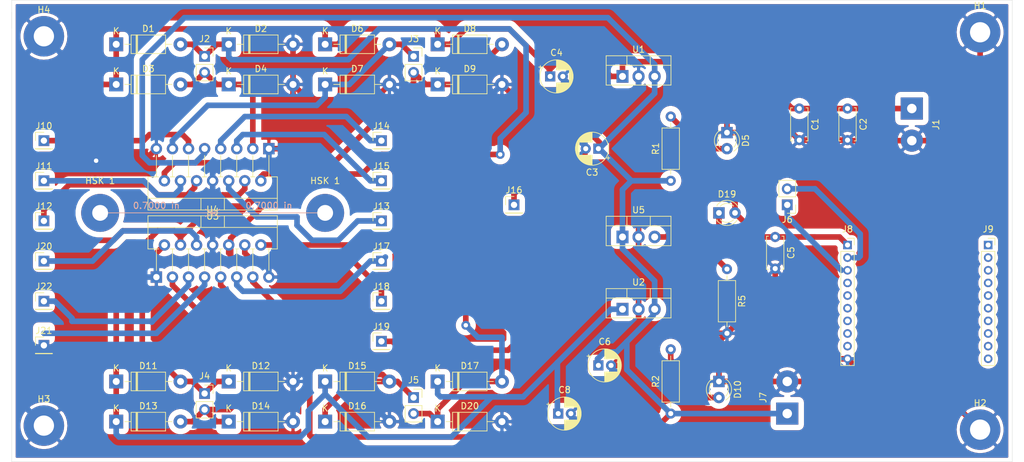
<source format=kicad_pcb>
(kicad_pcb (version 20171130) (host pcbnew "(5.1.5-0-10_14)")
  (title_block (title "Senior Design Swarm") (date 2020-10-22) (rev "Rev B") (company "Smile Lab SDSU"))
  (layers (0 F.Cu signal) (31 B.Cu signal) (34 B.Paste user) (35 F.Paste user) (36 B.SilkS user) (37 F.SilkS user) (38 B.Mask user) (39 F.Mask user) (44 Edge.Cuts user))
  (net 0 "")
  (net 1 GNDREF)
  (net 2 /5V)
  (net 3 "Net-(C5-Pad1)")
  (net 4 "Net-(D1-Pad2)")
  (net 5 "Net-(D3-Pad2)")
  (net 6 "Net-(D5-Pad2)")
  (net 7 "Net-(D6-Pad2)")
  (net 8 "Net-(D8-Pad2)")
  (net 9 "Net-(D10-Pad2)")
  (net 10 "Net-(D11-Pad2)")
  (net 11 "Net-(D13-Pad2)")
  (net 12 "Net-(D15-Pad2)")
  (net 13 "Net-(D17-Pad2)")
  (net 14 "Net-(D19-Pad1)")
  (net 15 "Net-(J6-Pad1)")
  (net 16 "Net-(J6-Pad2)")
  (net 17 "Net-(J8-Pad4)")
  (net 18 "Net-(J8-Pad5)")
  (net 19 "Net-(J8-Pad6)")
  (net 20 "Net-(J8-Pad7)")
  (net 21 "Net-(J8-Pad8)")
  (net 22 "Net-(J8-Pad9)")
  (net 23 "Net-(J9-Pad10)")
  (net 24 "Net-(J9-Pad9)")
  (net 25 "Net-(J9-Pad8)")
  (net 26 "Net-(J9-Pad7)")
  (net 27 "Net-(J9-Pad6)")
  (net 28 "Net-(J9-Pad5)")
  (net 29 "Net-(J9-Pad4)")
  (net 30 "Net-(J9-Pad3)")
  (net 31 "Net-(J9-Pad2)")
  (net 32 "Net-(J9-Pad1)")
  (net 33 "Net-(J10-Pad1)")
  (net 34 "Net-(J11-Pad1)")
  (net 35 "Net-(J12-Pad1)")
  (net 36 "Net-(J13-Pad1)")
  (net 37 "Net-(J14-Pad1)")
  (net 38 "Net-(J15-Pad1)")
  (net 39 "Net-(J17-Pad1)")
  (net 40 "Net-(J18-Pad1)")
  (net 41 "Net-(J19-Pad1)")
  (net 42 "Net-(J20-Pad1)")
  (net 43 "Net-(J21-Pad1)")
  (net 44 "Net-(J22-Pad1)")
  (net 45 +12V)
  (module Connector_Wire:SolderWirePad_1x01_Drill2.5mm (layer F.Cu) (at 95.25 95.25)
    (fp_text reference "HSK 1" (at 0 -5.08) (layer F.SilkS))
    (fp_text value HSK1)
    (pad 1 thru_hole circle (at 0 0) (size 5.99948 5.99948) (drill 2.49936) (layers *.Cu *.Mask))
  )
  (module Connector_Wire:SolderWirePad_1x01_Drill2.5mm (layer F.Cu) (at 130.81 95.25)
    (fp_text reference "HSK 1" (at 0 -5.08) (layer F.SilkS))
    (fp_text value HSK1)
    (pad 1 thru_hole circle (at 0 0) (size 5.99948 5.99948) (drill 2.49936) (layers *.Cu *.Mask))
  )
  (module Capacitor_THT:C_Disc_D5.0mm_W2.5mm_P5.00mm (layer F.Cu) (at 205.74 78.74 270)
    (fp_text reference C1 (at 2.5 -2.5 90) (layer F.SilkS))
    (fp_text value 10nF)
    (pad 2 thru_hole circle (at 5 0 270) (size 1.6 1.6) (drill 0.8) (layers *.Cu *.Mask) (net 1 GNDREF))
    (pad 1 thru_hole circle (at 0 0 270) (size 1.6 1.6) (drill 0.8) (layers *.Cu *.Mask) (net 45 +12V))
  )
  (module Capacitor_THT:C_Disc_D5.0mm_W2.5mm_P5.00mm (layer F.Cu) (at 213.36 78.74 270)
    (fp_text reference C2 (at 2.5 -2.5 90) (layer F.SilkS))
    (fp_text value 10nF)
    (pad 1 thru_hole circle (at 0 0 270) (size 1.6 1.6) (drill 0.8) (layers *.Cu *.Mask) (net 45 +12V))
    (pad 2 thru_hole circle (at 5 0 270) (size 1.6 1.6) (drill 0.8) (layers *.Cu *.Mask) (net 1 GNDREF))
  )
  (module Capacitor_THT:CP_Radial_D5.0mm_P2.00mm (layer F.Cu) (at 173.99 85.09 180)
    (fp_text reference C3 (at 1 -3.75) (layer F.SilkS))
    (fp_text value 330uF)
    (pad 2 thru_hole circle (at 2 0 180) (size 1.6 1.6) (drill 0.8) (layers *.Cu *.Mask) (net 1 GNDREF))
    (pad 1 thru_hole rect (at 0 0 180) (size 1.6 1.6) (drill 0.8) (layers *.Cu *.Mask) (net 2 /5V))
  )
  (module Capacitor_THT:CP_Radial_D5.0mm_P2.00mm (layer F.Cu) (at 166.37 73.66)
    (fp_text reference C4 (at 1 -3.75) (layer F.SilkS))
    (fp_text value 330uF)
    (pad 1 thru_hole rect (at 0 0) (size 1.6 1.6) (drill 0.8) (layers *.Cu *.Mask) (net 45 +12V))
    (pad 2 thru_hole circle (at 2 0) (size 1.6 1.6) (drill 0.8) (layers *.Cu *.Mask) (net 1 GNDREF))
  )
  (module Capacitor_THT:C_Disc_D5.0mm_W2.5mm_P5.00mm (layer F.Cu) (at 201.93 99.06 270)
    (fp_text reference C5 (at 2.5 -2.5 90) (layer F.SilkS))
    (fp_text value 10nF)
    (pad 1 thru_hole circle (at 0 0 270) (size 1.6 1.6) (drill 0.8) (layers *.Cu *.Mask) (net 3 "Net-(C5-Pad1)"))
    (pad 2 thru_hole circle (at 5 0 270) (size 1.6 1.6) (drill 0.8) (layers *.Cu *.Mask) (net 1 GNDREF))
  )
  (module Capacitor_THT:CP_Radial_D5.0mm_P2.00mm (layer F.Cu) (at 173.99 119.38)
    (fp_text reference C6 (at 1 -3.75) (layer F.SilkS))
    (fp_text value 330uF)
    (pad 1 thru_hole rect (at 0 0) (size 1.6 1.6) (drill 0.8) (layers *.Cu *.Mask) (net 2 /5V))
    (pad 2 thru_hole circle (at 2 0) (size 1.6 1.6) (drill 0.8) (layers *.Cu *.Mask) (net 1 GNDREF))
  )
  (module Capacitor_THT:CP_Radial_D5.0mm_P2.00mm (layer F.Cu) (at 167.64 127)
    (fp_text reference C8 (at 1 -3.75) (layer F.SilkS))
    (fp_text value 330uF)
    (pad 1 thru_hole rect (at 0 0) (size 1.6 1.6) (drill 0.8) (layers *.Cu *.Mask) (net 45 +12V))
    (pad 2 thru_hole circle (at 2 0) (size 1.6 1.6) (drill 0.8) (layers *.Cu *.Mask) (net 1 GNDREF))
  )
  (module Diode_THT:D_DO-41_SOD81_P10.16mm_Horizontal (layer F.Cu) (at 97.79 68.58)
    (fp_text reference D1 (at 5.08 -2.47) (layer F.SilkS))
    (fp_text value 1N4007)
    (fp_text user K (at 0 -2.1) (layer F.SilkS))
    (pad 1 thru_hole rect (at 0 0) (size 2.2 2.2) (drill 1.1) (layers *.Cu *.Mask) (net 45 +12V))
    (pad 2 thru_hole oval (at 10.16 0) (size 2.2 2.2) (drill 1.1) (layers *.Cu *.Mask) (net 4 "Net-(D1-Pad2)"))
  )
  (module Diode_THT:D_DO-41_SOD81_P10.16mm_Horizontal (layer F.Cu) (at 115.57 68.58)
    (fp_text reference D2 (at 5.08 -2.47) (layer F.SilkS))
    (fp_text value 1N4007)
    (fp_text user K (at 0 -2.1) (layer F.SilkS))
    (pad 1 thru_hole rect (at 0 0) (size 2.2 2.2) (drill 1.1) (layers *.Cu *.Mask) (net 4 "Net-(D1-Pad2)"))
    (pad 2 thru_hole oval (at 10.16 0) (size 2.2 2.2) (drill 1.1) (layers *.Cu *.Mask) (net 1 GNDREF))
  )
  (module Diode_THT:D_DO-41_SOD81_P10.16mm_Horizontal (layer F.Cu) (at 97.79 74.93)
    (fp_text reference D3 (at 5.08 -2.47) (layer F.SilkS))
    (fp_text value 1N4007)
    (fp_text user K (at 0 -2.1) (layer F.SilkS))
    (pad 2 thru_hole oval (at 10.16 0) (size 2.2 2.2) (drill 1.1) (layers *.Cu *.Mask) (net 5 "Net-(D3-Pad2)"))
    (pad 1 thru_hole rect (at 0 0) (size 2.2 2.2) (drill 1.1) (layers *.Cu *.Mask) (net 45 +12V))
  )
  (module Diode_THT:D_DO-41_SOD81_P10.16mm_Horizontal (layer F.Cu) (at 115.57 74.93)
    (fp_text reference D4 (at 5.08 -2.47) (layer F.SilkS))
    (fp_text value 1N4007)
    (fp_text user K (at 0 -2.1) (layer F.SilkS))
    (pad 2 thru_hole oval (at 10.16 0) (size 2.2 2.2) (drill 1.1) (layers *.Cu *.Mask) (net 1 GNDREF))
    (pad 1 thru_hole rect (at 0 0) (size 2.2 2.2) (drill 1.1) (layers *.Cu *.Mask) (net 5 "Net-(D3-Pad2)"))
  )
  (module LED_THT:LED_D3.0mm (layer F.Cu) (at 194.31 82.55 270)
    (fp_text reference D5 (at 1.27 -2.96 90) (layer F.SilkS))
    (fp_text value LED)
    (pad 1 thru_hole rect (at 0 0 270) (size 1.8 1.8) (drill 0.9) (layers *.Cu *.Mask) (net 1 GNDREF))
    (pad 2 thru_hole circle (at 2.54 0 270) (size 1.8 1.8) (drill 0.9) (layers *.Cu *.Mask) (net 6 "Net-(D5-Pad2)"))
  )
  (module Diode_THT:D_DO-41_SOD81_P10.16mm_Horizontal (layer F.Cu) (at 130.81 68.58)
    (fp_text reference D6 (at 5.08 -2.47) (layer F.SilkS))
    (fp_text value 1N4007)
    (fp_text user K (at 0 -2.1) (layer F.SilkS))
    (pad 2 thru_hole oval (at 10.16 0) (size 2.2 2.2) (drill 1.1) (layers *.Cu *.Mask) (net 7 "Net-(D6-Pad2)"))
    (pad 1 thru_hole rect (at 0 0) (size 2.2 2.2) (drill 1.1) (layers *.Cu *.Mask) (net 45 +12V))
  )
  (module Diode_THT:D_DO-41_SOD81_P10.16mm_Horizontal (layer F.Cu) (at 130.81 74.93)
    (fp_text reference D7 (at 5.08 -2.47) (layer F.SilkS))
    (fp_text value 1N4007)
    (fp_text user K (at 0 -2.1) (layer F.SilkS))
    (pad 2 thru_hole oval (at 10.16 0) (size 2.2 2.2) (drill 1.1) (layers *.Cu *.Mask) (net 1 GNDREF))
    (pad 1 thru_hole rect (at 0 0) (size 2.2 2.2) (drill 1.1) (layers *.Cu *.Mask) (net 7 "Net-(D6-Pad2)"))
  )
  (module Diode_THT:D_DO-41_SOD81_P10.16mm_Horizontal (layer F.Cu) (at 148.59 68.58)
    (fp_text reference D8 (at 5.08 -2.47) (layer F.SilkS))
    (fp_text value 1N4007)
    (fp_text user K (at 0 -2.1) (layer F.SilkS))
    (pad 2 thru_hole oval (at 10.16 0) (size 2.2 2.2) (drill 1.1) (layers *.Cu *.Mask) (net 8 "Net-(D8-Pad2)"))
    (pad 1 thru_hole rect (at 0 0) (size 2.2 2.2) (drill 1.1) (layers *.Cu *.Mask) (net 45 +12V))
  )
  (module Diode_THT:D_DO-41_SOD81_P10.16mm_Horizontal (layer F.Cu) (at 148.59 74.93)
    (fp_text reference D9 (at 5.08 -2.47) (layer F.SilkS))
    (fp_text value 1N4007)
    (fp_text user K (at 0 -2.1) (layer F.SilkS))
    (pad 2 thru_hole oval (at 10.16 0) (size 2.2 2.2) (drill 1.1) (layers *.Cu *.Mask) (net 1 GNDREF))
    (pad 1 thru_hole rect (at 0 0) (size 2.2 2.2) (drill 1.1) (layers *.Cu *.Mask) (net 8 "Net-(D8-Pad2)"))
  )
  (module LED_THT:LED_D3.0mm (layer F.Cu) (at 193.04 121.92 270)
    (fp_text reference D10 (at 1.27 -2.96 90) (layer F.SilkS))
    (fp_text value LED)
    (pad 1 thru_hole rect (at 0 0 270) (size 1.8 1.8) (drill 0.9) (layers *.Cu *.Mask) (net 1 GNDREF))
    (pad 2 thru_hole circle (at 2.54 0 270) (size 1.8 1.8) (drill 0.9) (layers *.Cu *.Mask) (net 9 "Net-(D10-Pad2)"))
  )
  (module Diode_THT:D_DO-41_SOD81_P10.16mm_Horizontal (layer F.Cu) (at 97.79 121.92)
    (fp_text reference D11 (at 5.08 -2.47) (layer F.SilkS))
    (fp_text value 1N4007)
    (fp_text user K (at 0 -2.1) (layer F.SilkS))
    (pad 2 thru_hole oval (at 10.16 0) (size 2.2 2.2) (drill 1.1) (layers *.Cu *.Mask) (net 10 "Net-(D11-Pad2)"))
    (pad 1 thru_hole rect (at 0 0) (size 2.2 2.2) (drill 1.1) (layers *.Cu *.Mask) (net 45 +12V))
  )
  (module Diode_THT:D_DO-41_SOD81_P10.16mm_Horizontal (layer F.Cu) (at 115.57 121.92)
    (fp_text reference D12 (at 5.08 -2.47) (layer F.SilkS))
    (fp_text value 1N4007)
    (fp_text user K (at 0 -2.1) (layer F.SilkS))
    (pad 2 thru_hole oval (at 10.16 0) (size 2.2 2.2) (drill 1.1) (layers *.Cu *.Mask) (net 1 GNDREF))
    (pad 1 thru_hole rect (at 0 0) (size 2.2 2.2) (drill 1.1) (layers *.Cu *.Mask) (net 10 "Net-(D11-Pad2)"))
  )
  (module Diode_THT:D_DO-41_SOD81_P10.16mm_Horizontal (layer F.Cu) (at 97.79 128.27)
    (fp_text reference D13 (at 5.08 -2.47) (layer F.SilkS))
    (fp_text value 1N4007)
    (fp_text user K (at 0 -2.1) (layer F.SilkS))
    (pad 1 thru_hole rect (at 0 0) (size 2.2 2.2) (drill 1.1) (layers *.Cu *.Mask) (net 45 +12V))
    (pad 2 thru_hole oval (at 10.16 0) (size 2.2 2.2) (drill 1.1) (layers *.Cu *.Mask) (net 11 "Net-(D13-Pad2)"))
  )
  (module Diode_THT:D_DO-41_SOD81_P10.16mm_Horizontal (layer F.Cu) (at 115.57 128.27)
    (fp_text reference D14 (at 5.08 -2.47) (layer F.SilkS))
    (fp_text value 1N4007)
    (fp_text user K (at 0 -2.1) (layer F.SilkS))
    (pad 2 thru_hole oval (at 10.16 0) (size 2.2 2.2) (drill 1.1) (layers *.Cu *.Mask) (net 1 GNDREF))
    (pad 1 thru_hole rect (at 0 0) (size 2.2 2.2) (drill 1.1) (layers *.Cu *.Mask) (net 11 "Net-(D13-Pad2)"))
  )
  (module Diode_THT:D_DO-41_SOD81_P10.16mm_Horizontal (layer F.Cu) (at 130.81 121.92)
    (fp_text reference D15 (at 5.08 -2.47) (layer F.SilkS))
    (fp_text value 1N4007)
    (fp_text user K (at 0 -2.1) (layer F.SilkS))
    (pad 1 thru_hole rect (at 0 0) (size 2.2 2.2) (drill 1.1) (layers *.Cu *.Mask) (net 45 +12V))
    (pad 2 thru_hole oval (at 10.16 0) (size 2.2 2.2) (drill 1.1) (layers *.Cu *.Mask) (net 12 "Net-(D15-Pad2)"))
  )
  (module Diode_THT:D_DO-41_SOD81_P10.16mm_Horizontal (layer F.Cu) (at 130.81 128.27)
    (fp_text reference D16 (at 5.08 -2.47) (layer F.SilkS))
    (fp_text value 1N4007)
    (fp_text user K (at 0 -2.1) (layer F.SilkS))
    (pad 1 thru_hole rect (at 0 0) (size 2.2 2.2) (drill 1.1) (layers *.Cu *.Mask) (net 12 "Net-(D15-Pad2)"))
    (pad 2 thru_hole oval (at 10.16 0) (size 2.2 2.2) (drill 1.1) (layers *.Cu *.Mask) (net 1 GNDREF))
  )
  (module Diode_THT:D_DO-41_SOD81_P10.16mm_Horizontal (layer F.Cu) (at 148.59 121.92)
    (fp_text reference D17 (at 5.08 -2.47) (layer F.SilkS))
    (fp_text value 1N4007)
    (fp_text user K (at 0 -2.1) (layer F.SilkS))
    (pad 1 thru_hole rect (at 0 0) (size 2.2 2.2) (drill 1.1) (layers *.Cu *.Mask) (net 45 +12V))
    (pad 2 thru_hole oval (at 10.16 0) (size 2.2 2.2) (drill 1.1) (layers *.Cu *.Mask) (net 13 "Net-(D17-Pad2)"))
  )
  (module LED_THT:LED_D3.0mm (layer F.Cu) (at 193.04 95.25)
    (fp_text reference D19 (at 1.27 -2.96) (layer F.SilkS))
    (fp_text value LED)
    (pad 2 thru_hole circle (at 2.54 0) (size 1.8 1.8) (drill 0.9) (layers *.Cu *.Mask) (net 3 "Net-(C5-Pad1)"))
    (pad 1 thru_hole rect (at 0 0) (size 1.8 1.8) (drill 0.9) (layers *.Cu *.Mask) (net 14 "Net-(D19-Pad1)"))
  )
  (module Diode_THT:D_DO-41_SOD81_P10.16mm_Horizontal (layer F.Cu) (at 148.59 128.27)
    (fp_text reference D20 (at 5.08 -2.47) (layer F.SilkS))
    (fp_text value 1N4007)
    (fp_text user K (at 0 -2.1) (layer F.SilkS))
    (pad 2 thru_hole oval (at 10.16 0) (size 2.2 2.2) (drill 1.1) (layers *.Cu *.Mask) (net 1 GNDREF))
    (pad 1 thru_hole rect (at 0 0) (size 2.2 2.2) (drill 1.1) (layers *.Cu *.Mask) (net 13 "Net-(D17-Pad2)"))
  )
  (module Connector_Wire:SolderWirePad_1x02_P5.08mm_Drill1.5mm (layer F.Cu) (at 223.52 78.74 270)
    (fp_text reference J1 (at 2.54 -3.81 90) (layer F.SilkS))
    (fp_text value " ")
    (pad 2 thru_hole circle (at 5.08 0 270) (size 3.50012 3.50012) (drill 1.50114) (layers *.Cu *.Mask) (net 1 GNDREF))
    (pad 1 thru_hole rect (at 0 0 270) (size 3.50012 3.50012) (drill 1.50114) (layers *.Cu *.Mask) (net 45 +12V))
  )
  (module Connector_Wire:SolderWirePad_1x02_P5.08mm_Drill1.5mm (layer F.Cu) (at 203.835 127 90)
    (fp_text reference J7 (at 2.54 -3.81 90) (layer F.SilkS))
    (fp_text value " ")
    (pad 1 thru_hole rect (at 0 0 90) (size 3.50012 3.50012) (drill 1.50114) (layers *.Cu *.Mask) (net 2 /5V))
    (pad 2 thru_hole circle (at 5.08 0 90) (size 3.50012 3.50012) (drill 1.50114) (layers *.Cu *.Mask) (net 1 GNDREF))
  )
  (module Connector_PinSocket_2.00mm:PinSocket_1x10_P2.00mm_Vertical (layer F.Cu) (at 213.36 100.33)
    (fp_text reference J8 (at 0 -2.5) (layer F.SilkS))
    (fp_text value " ")
    (pad 1 thru_hole rect (at 0 0) (size 1.35 1.35) (drill 0.8) (layers *.Cu *.Mask) (net 3 "Net-(C5-Pad1)"))
    (pad 2 thru_hole oval (at 0 2) (size 1.35 1.35) (drill 0.8) (layers *.Cu *.Mask) (net 16 "Net-(J6-Pad2)"))
    (pad 3 thru_hole oval (at 0 4) (size 1.35 1.35) (drill 0.8) (layers *.Cu *.Mask) (net 15 "Net-(J6-Pad1)"))
    (pad 4 thru_hole oval (at 0 6) (size 1.35 1.35) (drill 0.8) (layers *.Cu *.Mask) (net 17 "Net-(J8-Pad4)"))
    (pad 5 thru_hole oval (at 0 8) (size 1.35 1.35) (drill 0.8) (layers *.Cu *.Mask) (net 18 "Net-(J8-Pad5)"))
    (pad 6 thru_hole oval (at 0 10) (size 1.35 1.35) (drill 0.8) (layers *.Cu *.Mask) (net 19 "Net-(J8-Pad6)"))
    (pad 7 thru_hole oval (at 0 12) (size 1.35 1.35) (drill 0.8) (layers *.Cu *.Mask) (net 20 "Net-(J8-Pad7)"))
    (pad 8 thru_hole oval (at 0 14) (size 1.35 1.35) (drill 0.8) (layers *.Cu *.Mask) (net 21 "Net-(J8-Pad8)"))
    (pad 9 thru_hole oval (at 0 16) (size 1.35 1.35) (drill 0.8) (layers *.Cu *.Mask) (net 22 "Net-(J8-Pad9)"))
    (pad 10 thru_hole oval (at 0 18) (size 1.35 1.35) (drill 0.8) (layers *.Cu *.Mask) (net 1 GNDREF))
  )
  (module Connector_PinSocket_2.00mm:PinSocket_1x10_P2.00mm_Vertical (layer F.Cu) (at 235.585 100.33)
    (fp_text reference J9 (at 0 -2.5) (layer F.SilkS))
    (fp_text value " ")
    (pad 10 thru_hole oval (at 0 18) (size 1.35 1.35) (drill 0.8) (layers *.Cu *.Mask) (net 23 "Net-(J9-Pad10)"))
    (pad 9 thru_hole oval (at 0 16) (size 1.35 1.35) (drill 0.8) (layers *.Cu *.Mask) (net 24 "Net-(J9-Pad9)"))
    (pad 8 thru_hole oval (at 0 14) (size 1.35 1.35) (drill 0.8) (layers *.Cu *.Mask) (net 25 "Net-(J9-Pad8)"))
    (pad 7 thru_hole oval (at 0 12) (size 1.35 1.35) (drill 0.8) (layers *.Cu *.Mask) (net 26 "Net-(J9-Pad7)"))
    (pad 6 thru_hole oval (at 0 10) (size 1.35 1.35) (drill 0.8) (layers *.Cu *.Mask) (net 27 "Net-(J9-Pad6)"))
    (pad 5 thru_hole oval (at 0 8) (size 1.35 1.35) (drill 0.8) (layers *.Cu *.Mask) (net 28 "Net-(J9-Pad5)"))
    (pad 4 thru_hole oval (at 0 6) (size 1.35 1.35) (drill 0.8) (layers *.Cu *.Mask) (net 29 "Net-(J9-Pad4)"))
    (pad 3 thru_hole oval (at 0 4) (size 1.35 1.35) (drill 0.8) (layers *.Cu *.Mask) (net 30 "Net-(J9-Pad3)"))
    (pad 2 thru_hole oval (at 0 2) (size 1.35 1.35) (drill 0.8) (layers *.Cu *.Mask) (net 31 "Net-(J9-Pad2)"))
    (pad 1 thru_hole rect (at 0 0) (size 1.35 1.35) (drill 0.8) (layers *.Cu *.Mask) (net 32 "Net-(J9-Pad1)"))
  )
  (module Connector_PinHeader_2.54mm:PinHeader_1x01_P2.54mm_Vertical (layer F.Cu) (at 86.36 83.82)
    (fp_text reference J10 (at 0 -2.33) (layer F.SilkS))
    (fp_text value EnB)
    (pad 1 thru_hole rect (at 0 0) (size 1.7 1.7) (drill 1) (layers *.Cu *.Mask) (net 33 "Net-(J10-Pad1)"))
  )
  (module Connector_PinHeader_2.54mm:PinHeader_1x01_P2.54mm_Vertical (layer F.Cu) (at 86.36 90.17)
    (fp_text reference J11 (at 0 -2.33) (layer F.SilkS))
    (fp_text value IN4_B1)
    (pad 1 thru_hole rect (at 0 0) (size 1.7 1.7) (drill 1) (layers *.Cu *.Mask) (net 34 "Net-(J11-Pad1)"))
  )
  (module Connector_PinHeader_2.54mm:PinHeader_1x01_P2.54mm_Vertical (layer F.Cu) (at 86.36 96.52)
    (fp_text reference J12 (at 0 -2.33) (layer F.SilkS))
    (fp_text value IN3_B1)
    (pad 1 thru_hole rect (at 0 0) (size 1.7 1.7) (drill 1) (layers *.Cu *.Mask) (net 35 "Net-(J12-Pad1)"))
  )
  (module Connector_PinHeader_2.54mm:PinHeader_1x01_P2.54mm_Vertical (layer F.Cu) (at 139.7 96.52)
    (fp_text reference J13 (at 0 -2.33) (layer F.SilkS))
    (fp_text value EnA)
    (pad 1 thru_hole rect (at 0 0) (size 1.7 1.7) (drill 1) (layers *.Cu *.Mask) (net 36 "Net-(J13-Pad1)"))
  )
  (module Connector_PinHeader_2.54mm:PinHeader_1x01_P2.54mm_Vertical (layer F.Cu) (at 139.7 83.82)
    (fp_text reference J14 (at 0 -2.33) (layer F.SilkS))
    (fp_text value IN2_A1)
    (pad 1 thru_hole rect (at 0 0) (size 1.7 1.7) (drill 1) (layers *.Cu *.Mask) (net 37 "Net-(J14-Pad1)"))
  )
  (module Connector_PinHeader_2.54mm:PinHeader_1x01_P2.54mm_Vertical (layer F.Cu) (at 139.7 90.17)
    (fp_text reference J15 (at 0 -2.33) (layer F.SilkS))
    (fp_text value IN1_A1)
    (pad 1 thru_hole rect (at 0 0) (size 1.7 1.7) (drill 1) (layers *.Cu *.Mask) (net 38 "Net-(J15-Pad1)"))
  )
  (module Connector_PinHeader_2.54mm:PinHeader_1x01_P2.54mm_Vertical (layer F.Cu) (at 160.655 93.98)
    (fp_text reference J16 (at 0 -2.33) (layer F.SilkS))
    (fp_text value Arduino_Power_5V)
    (pad 1 thru_hole rect (at 0 0) (size 1.7 1.7) (drill 1) (layers *.Cu *.Mask) (net 2 /5V))
  )
  (module Connector_PinHeader_2.54mm:PinHeader_1x01_P2.54mm_Vertical (layer F.Cu) (at 139.7 102.87)
    (fp_text reference J17 (at 0 -2.33) (layer F.SilkS))
    (fp_text value EnB)
    (pad 1 thru_hole rect (at 0 0) (size 1.7 1.7) (drill 1) (layers *.Cu *.Mask) (net 39 "Net-(J17-Pad1)"))
  )
  (module Connector_PinHeader_2.54mm:PinHeader_1x01_P2.54mm_Vertical (layer F.Cu) (at 139.7 109.22)
    (fp_text reference J18 (at 0 -2.33) (layer F.SilkS))
    (fp_text value IN4_D2)
    (pad 1 thru_hole rect (at 0 0) (size 1.7 1.7) (drill 1) (layers *.Cu *.Mask) (net 40 "Net-(J18-Pad1)"))
  )
  (module Connector_PinHeader_2.54mm:PinHeader_1x01_P2.54mm_Vertical (layer F.Cu) (at 139.7 115.57)
    (fp_text reference J19 (at 0 -2.33) (layer F.SilkS))
    (fp_text value IN3_D2)
    (pad 1 thru_hole rect (at 0 0) (size 1.7 1.7) (drill 1) (layers *.Cu *.Mask) (net 41 "Net-(J19-Pad1)"))
  )
  (module Connector_PinHeader_2.54mm:PinHeader_1x01_P2.54mm_Vertical (layer F.Cu) (at 86.36 102.87)
    (fp_text reference J20 (at 0 -2.33) (layer F.SilkS))
    (fp_text value EnA)
    (pad 1 thru_hole rect (at 0 0) (size 1.7 1.7) (drill 1) (layers *.Cu *.Mask) (net 42 "Net-(J20-Pad1)"))
  )
  (module Connector_PinHeader_2.54mm:PinHeader_1x01_P2.54mm_Vertical (layer F.Cu) (at 86.36 116.205)
    (fp_text reference J21 (at 0 -2.33) (layer F.SilkS))
    (fp_text value IN2_C2)
    (pad 1 thru_hole rect (at 0 0) (size 1.7 1.7) (drill 1) (layers *.Cu *.Mask) (net 43 "Net-(J21-Pad1)"))
  )
  (module Connector_PinHeader_2.54mm:PinHeader_1x01_P2.54mm_Vertical (layer F.Cu) (at 86.36 109.22)
    (fp_text reference J22 (at 0 -2.33) (layer F.SilkS))
    (fp_text value IN1_C2)
    (pad 1 thru_hole rect (at 0 0) (size 1.7 1.7) (drill 1) (layers *.Cu *.Mask) (net 44 "Net-(J22-Pad1)"))
  )
  (module Resistor_THT:R_Axial_DIN0207_L6.3mm_D2.5mm_P10.16mm_Horizontal (layer F.Cu) (at 185.42 90.17 90)
    (fp_text reference R1 (at 5.08 -2.37 90) (layer F.SilkS))
    (fp_text value 1K)
    (pad 1 thru_hole circle (at 0 0 90) (size 1.6 1.6) (drill 0.8) (layers *.Cu *.Mask) (net 2 /5V))
    (pad 2 thru_hole oval (at 10.16 0 90) (size 1.6 1.6) (drill 0.8) (layers *.Cu *.Mask) (net 6 "Net-(D5-Pad2)"))
  )
  (module Resistor_THT:R_Axial_DIN0207_L6.3mm_D2.5mm_P10.16mm_Horizontal (layer F.Cu) (at 185.42 127 90)
    (fp_text reference R2 (at 5.08 -2.37 90) (layer F.SilkS))
    (fp_text value 1K)
    (pad 1 thru_hole circle (at 0 0 90) (size 1.6 1.6) (drill 0.8) (layers *.Cu *.Mask) (net 2 /5V))
    (pad 2 thru_hole oval (at 10.16 0 90) (size 1.6 1.6) (drill 0.8) (layers *.Cu *.Mask) (net 9 "Net-(D10-Pad2)"))
  )
  (module Resistor_THT:R_Axial_DIN0207_L6.3mm_D2.5mm_P10.16mm_Horizontal (layer F.Cu) (at 194.31 104.14 270)
    (fp_text reference R5 (at 5.08 -2.37 90) (layer F.SilkS))
    (fp_text value 120)
    (pad 2 thru_hole oval (at 10.16 0 270) (size 1.6 1.6) (drill 0.8) (layers *.Cu *.Mask) (net 1 GNDREF))
    (pad 1 thru_hole circle (at 0 0 270) (size 1.6 1.6) (drill 0.8) (layers *.Cu *.Mask) (net 14 "Net-(D19-Pad1)"))
  )
  (module Package_TO_SOT_THT:TO-220-3_Vertical (layer F.Cu) (at 177.8 73.66)
    (fp_text reference U1 (at 2.54 -4.27) (layer F.SilkS))
    (fp_text value LM78M05_TO220)
    (pad 1 thru_hole rect (at 0 0) (size 1.905 2) (drill 1.1) (layers *.Cu *.Mask) (net 45 +12V))
    (pad 2 thru_hole oval (at 2.54 0) (size 1.905 2) (drill 1.1) (layers *.Cu *.Mask) (net 1 GNDREF))
    (pad 3 thru_hole oval (at 5.08 0) (size 1.905 2) (drill 1.1) (layers *.Cu *.Mask) (net 2 /5V))
  )
  (module Package_TO_SOT_THT:TO-220-3_Vertical (layer F.Cu) (at 177.8 110.49)
    (fp_text reference U2 (at 2.54 -4.27) (layer F.SilkS))
    (fp_text value LM78M05_TO220)
    (pad 3 thru_hole oval (at 5.08 0) (size 1.905 2) (drill 1.1) (layers *.Cu *.Mask) (net 2 /5V))
    (pad 2 thru_hole oval (at 2.54 0) (size 1.905 2) (drill 1.1) (layers *.Cu *.Mask) (net 1 GNDREF))
    (pad 1 thru_hole rect (at 0 0) (size 1.905 2) (drill 1.1) (layers *.Cu *.Mask) (net 45 +12V))
  )
  (module Package_TO_SOT_THT:TO-220-15_P2.54x2.54mm_StaggerOdd_Lead4.58mm_Vertical (layer F.Cu) (at 121.92 85.09 180)
    (fp_text reference U3 (at 8.89 -10.7) (layer F.SilkS))
    (fp_text value L298HN)
    (pad 15 thru_hole oval (at 17.78 0 180) (size 1.8 1.8) (drill 1) (layers *.Cu *.Mask) (net 1 GNDREF))
    (pad 14 thru_hole oval (at 16.51 -5.08 180) (size 1.8 1.8) (drill 1) (layers *.Cu *.Mask) (net 8 "Net-(D8-Pad2)"))
    (pad 13 thru_hole oval (at 15.24 0 180) (size 1.8 1.8) (drill 1) (layers *.Cu *.Mask) (net 7 "Net-(D6-Pad2)"))
    (pad 12 thru_hole oval (at 13.97 -5.08 180) (size 1.8 1.8) (drill 1) (layers *.Cu *.Mask) (net 34 "Net-(J11-Pad1)"))
    (pad 11 thru_hole oval (at 12.7 0 180) (size 1.8 1.8) (drill 1) (layers *.Cu *.Mask) (net 33 "Net-(J10-Pad1)"))
    (pad 10 thru_hole oval (at 11.43 -5.08 180) (size 1.8 1.8) (drill 1) (layers *.Cu *.Mask) (net 35 "Net-(J12-Pad1)"))
    (pad 9 thru_hole oval (at 10.16 0 180) (size 1.8 1.8) (drill 1) (layers *.Cu *.Mask) (net 2 /5V))
    (pad 8 thru_hole oval (at 8.89 -5.08 180) (size 1.8 1.8) (drill 1) (layers *.Cu *.Mask) (net 1 GNDREF))
    (pad 7 thru_hole oval (at 7.62 0 180) (size 1.8 1.8) (drill 1) (layers *.Cu *.Mask) (net 37 "Net-(J14-Pad1)"))
    (pad 6 thru_hole oval (at 6.35 -5.08 180) (size 1.8 1.8) (drill 1) (layers *.Cu *.Mask) (net 36 "Net-(J13-Pad1)"))
    (pad 5 thru_hole oval (at 5.08 0 180) (size 1.8 1.8) (drill 1) (layers *.Cu *.Mask) (net 38 "Net-(J15-Pad1)"))
    (pad 4 thru_hole oval (at 3.81 -5.08 180) (size 1.8 1.8) (drill 1) (layers *.Cu *.Mask) (net 45 +12V))
    (pad 3 thru_hole oval (at 2.54 0 180) (size 1.8 1.8) (drill 1) (layers *.Cu *.Mask) (net 5 "Net-(D3-Pad2)"))
    (pad 2 thru_hole oval (at 1.27 -5.08 180) (size 1.8 1.8) (drill 1) (layers *.Cu *.Mask) (net 4 "Net-(D1-Pad2)"))
    (pad 1 thru_hole rect (at 0 0 180) (size 1.8 1.8) (drill 1) (layers *.Cu *.Mask) (net 1 GNDREF))
  )
  (module Package_TO_SOT_THT:TO-220-15_P2.54x2.54mm_StaggerOdd_Lead4.58mm_Vertical (layer F.Cu) (at 104.14 105.41)
    (fp_text reference U4 (at 8.89 -10.7) (layer F.SilkS))
    (fp_text value L298HN)
    (pad 1 thru_hole rect (at 0 0) (size 1.8 1.8) (drill 1) (layers *.Cu *.Mask) (net 1 GNDREF))
    (pad 2 thru_hole oval (at 1.27 -5.08) (size 1.8 1.8) (drill 1) (layers *.Cu *.Mask) (net 10 "Net-(D11-Pad2)"))
    (pad 3 thru_hole oval (at 2.54 0) (size 1.8 1.8) (drill 1) (layers *.Cu *.Mask) (net 11 "Net-(D13-Pad2)"))
    (pad 4 thru_hole oval (at 3.81 -5.08) (size 1.8 1.8) (drill 1) (layers *.Cu *.Mask) (net 45 +12V))
    (pad 5 thru_hole oval (at 5.08 0) (size 1.8 1.8) (drill 1) (layers *.Cu *.Mask) (net 44 "Net-(J22-Pad1)"))
    (pad 6 thru_hole oval (at 6.35 -5.08) (size 1.8 1.8) (drill 1) (layers *.Cu *.Mask) (net 42 "Net-(J20-Pad1)"))
    (pad 7 thru_hole oval (at 7.62 0) (size 1.8 1.8) (drill 1) (layers *.Cu *.Mask) (net 43 "Net-(J21-Pad1)"))
    (pad 8 thru_hole oval (at 8.89 -5.08) (size 1.8 1.8) (drill 1) (layers *.Cu *.Mask) (net 1 GNDREF))
    (pad 9 thru_hole oval (at 10.16 0) (size 1.8 1.8) (drill 1) (layers *.Cu *.Mask) (net 2 /5V))
    (pad 10 thru_hole oval (at 11.43 -5.08) (size 1.8 1.8) (drill 1) (layers *.Cu *.Mask) (net 41 "Net-(J19-Pad1)"))
    (pad 11 thru_hole oval (at 12.7 0) (size 1.8 1.8) (drill 1) (layers *.Cu *.Mask) (net 39 "Net-(J17-Pad1)"))
    (pad 12 thru_hole oval (at 13.97 -5.08) (size 1.8 1.8) (drill 1) (layers *.Cu *.Mask) (net 40 "Net-(J18-Pad1)"))
    (pad 13 thru_hole oval (at 15.24 0) (size 1.8 1.8) (drill 1) (layers *.Cu *.Mask) (net 12 "Net-(D15-Pad2)"))
    (pad 14 thru_hole oval (at 16.51 -5.08) (size 1.8 1.8) (drill 1) (layers *.Cu *.Mask) (net 13 "Net-(D17-Pad2)"))
    (pad 15 thru_hole oval (at 17.78 0) (size 1.8 1.8) (drill 1) (layers *.Cu *.Mask) (net 1 GNDREF))
  )
  (module Package_TO_SOT_THT:TO-220-3_Vertical (layer F.Cu) (at 177.8 99.06)
    (fp_text reference U5 (at 2.54 -4.27) (layer F.SilkS))
    (fp_text value VR20S3V3)
    (pad 1 thru_hole rect (at 0 0) (size 1.905 2) (drill 1.1) (layers *.Cu *.Mask) (net 2 /5V))
    (pad 2 thru_hole oval (at 2.54 0) (size 1.905 2) (drill 1.1) (layers *.Cu *.Mask) (net 1 GNDREF))
    (pad 3 thru_hole oval (at 5.08 0) (size 1.905 2) (drill 1.1) (layers *.Cu *.Mask) (net 3 "Net-(C5-Pad1)"))
  )
  (module Connector_PinHeader_2.54mm:PinHeader_1x02_P2.54mm_Vertical (layer F.Cu) (at 203.835 93.98 180)
    (fp_text reference J6 (at 0 -2.33) (layer F.SilkS))
    (fp_text value "Tx/Rx ")
    (pad 1 thru_hole rect (at 0 0 180) (size 1.7 1.7) (drill 1) (layers *.Cu *.Mask) (net 15 "Net-(J6-Pad1)"))
    (pad 2 thru_hole oval (at 0 2.54 180) (size 1.7 1.7) (drill 1) (layers *.Cu *.Mask) (net 16 "Net-(J6-Pad2)"))
  )
  (module MountingHole:MountingHole_3.2mm_M3_Pad (layer F.Cu) (at 234.315 66.675)
    (fp_text reference H1 (at 0 -4.2) (layer F.SilkS))
    (fp_text value MountingHole_Pad)
    (pad 1 thru_hole circle (at 0 0) (size 6.4 6.4) (drill 3.2) (layers *.Cu *.Mask) (net 1 GNDREF))
  )
  (module MountingHole:MountingHole_3.2mm_M3_Pad (layer F.Cu) (at 234.315 129.54)
    (fp_text reference H2 (at 0 -4.2) (layer F.SilkS))
    (fp_text value MountingHole_Pad)
    (pad 1 thru_hole circle (at 0 0) (size 6.4 6.4) (drill 3.2) (layers *.Cu *.Mask) (net 1 GNDREF))
  )
  (module MountingHole:MountingHole_3.2mm_M3_Pad (layer F.Cu) (at 86.36 128.905)
    (fp_text reference H3 (at 0 -4.2) (layer F.SilkS))
    (fp_text value MountingHole_Pad)
    (pad 1 thru_hole circle (at 0 0) (size 6.4 6.4) (drill 3.2) (layers *.Cu *.Mask) (net 1 GNDREF))
  )
  (module MountingHole:MountingHole_3.2mm_M3_Pad (layer F.Cu) (at 86.36 67.31)
    (fp_text reference H4 (at 0 -4.2) (layer F.SilkS))
    (fp_text value MountingHole_Pad)
    (pad 1 thru_hole circle (at 0 0) (size 6.4 6.4) (drill 3.2) (layers *.Cu *.Mask) (net 1 GNDREF))
  )
  (module Connector_PinSocket_2.54mm:PinSocket_1x02_P2.54mm_Vertical (layer F.Cu) (at 111.76 70.485)
    (fp_text reference J2 (at 0 -2.77) (layer F.SilkS))
    (fp_text value " ")
    (pad 1 thru_hole rect (at 0 0) (size 1.7 1.7) (drill 1) (layers *.Cu *.Mask) (net 4 "Net-(D1-Pad2)"))
    (pad 2 thru_hole oval (at 0 2.54) (size 1.7 1.7) (drill 1) (layers *.Cu *.Mask) (net 5 "Net-(D3-Pad2)"))
  )
  (module Connector_PinSocket_2.54mm:PinSocket_1x02_P2.54mm_Vertical (layer F.Cu) (at 144.78 70.485)
    (fp_text reference J3 (at 0 -2.77) (layer F.SilkS))
    (fp_text value " ")
    (pad 2 thru_hole oval (at 0 2.54) (size 1.7 1.7) (drill 1) (layers *.Cu *.Mask) (net 8 "Net-(D8-Pad2)"))
    (pad 1 thru_hole rect (at 0 0) (size 1.7 1.7) (drill 1) (layers *.Cu *.Mask) (net 7 "Net-(D6-Pad2)"))
  )
  (module Connector_PinSocket_2.54mm:PinSocket_1x02_P2.54mm_Vertical (layer F.Cu) (at 111.76 123.825)
    (fp_text reference J4 (at 0 -2.77) (layer F.SilkS))
    (fp_text value " ")
    (pad 2 thru_hole oval (at 0 2.54) (size 1.7 1.7) (drill 1) (layers *.Cu *.Mask) (net 11 "Net-(D13-Pad2)"))
    (pad 1 thru_hole rect (at 0 0) (size 1.7 1.7) (drill 1) (layers *.Cu *.Mask) (net 10 "Net-(D11-Pad2)"))
  )
  (module Connector_PinSocket_2.54mm:PinSocket_1x02_P2.54mm_Vertical (layer F.Cu) (at 144.78 124.46)
    (fp_text reference J5 (at 0 -2.77) (layer F.SilkS))
    (fp_text value " ")
    (pad 1 thru_hole rect (at 0 0) (size 1.7 1.7) (drill 1) (layers *.Cu *.Mask) (net 12 "Net-(D15-Pad2)"))
    (pad 2 thru_hole oval (at 0 2.54) (size 1.7 1.7) (drill 1) (layers *.Cu *.Mask) (net 13 "Net-(D17-Pad2)"))
  )
  (gr_line (start 239.395 134.62) (end 234.95 134.62) (layer Edge.Cuts) (width 0.05))
  (gr_line (start 239.395 61.595) (end 239.395 134.62) (layer Edge.Cuts) (width 0.05))
  (gr_line (start 234.95 61.595) (end 239.395 61.595) (layer Edge.Cuts) (width 0.05))
  (dimension 17.78 (width 0.12) (layer B.SilkS) (gr_text "0.7000 in" (at 104.14 93.98) (layer B.SilkS) (effects (font (size 1 1) (thickness 0.15)))) (feature1 (pts (xy 95.25 95.25) (xy 95.25 94.663579))) (feature2 (pts (xy 113.03 95.25) (xy 113.03 94.663579))) (crossbar (pts (xy 113.03 95.25) (xy 95.25 95.25))) (arrow1a (pts (xy 95.25 95.25) (xy 96.376504 94.663579))) (arrow1b (pts (xy 95.25 95.25) (xy 96.376504 95.836421))) (arrow2a (pts (xy 113.03 95.25) (xy 111.903496 94.663579))) (arrow2b (pts (xy 113.03 95.25) (xy 111.903496 95.836421))))
  (gr_line (start 81.28 61.595) (end 81.28 66.04) (layer Edge.Cuts) (width 0.05))
  (gr_line (start 234.95 61.595) (end 81.28 61.595) (layer Edge.Cuts) (width 0.05))
  (dimension 17.78 (width 0.12) (layer B.SilkS) (gr_text "0.7000 in" (at 121.92 96.52) (layer B.SilkS) (effects (font (size 1 1) (thickness 0.15)))) (feature1 (pts (xy 130.81 95.25) (xy 130.81 95.836421))) (feature2 (pts (xy 113.03 95.25) (xy 113.03 95.836421))) (crossbar (pts (xy 113.03 95.25) (xy 130.81 95.25))) (arrow1a (pts (xy 130.81 95.25) (xy 129.683496 95.836421))) (arrow1b (pts (xy 130.81 95.25) (xy 129.683496 94.663579))) (arrow2a (pts (xy 113.03 95.25) (xy 114.156504 95.836421))) (arrow2b (pts (xy 113.03 95.25) (xy 114.156504 94.663579))))
  (gr_line (start 81.28 134.62) (end 234.95 134.62) (layer Edge.Cuts) (width 0.05))
  (gr_line (start 81.28 63.5) (end 81.28 134.62) (layer Edge.Cuts) (width 0.05))
  (segment (start 121.92 86.879) (end 120.862501 87.936499) (width 0.889) (layer B.Cu) (net 1))
  (segment (start 113.03 88.897208) (end 113.03 90.17) (width 0.889) (layer B.Cu) (net 1))
  (segment (start 113.990709 87.936499) (end 113.03 88.897208) (width 0.889) (layer B.Cu) (net 1))
  (segment (start 120.862501 87.936499) (end 113.990709 87.936499) (width 0.889) (layer B.Cu) (net 1))
  (segment (start 121.92 85.09) (end 121.92 86.879) (width 0.889) (layer B.Cu) (net 1))
  (segment (start 125.73 76.485634) (end 125.73 74.93) (width 0.889) (layer F.Cu) (net 1))
  (segment (start 125.73 83.069) (end 125.73 76.485634) (width 0.889) (layer F.Cu) (net 1))
  (segment (start 123.709 85.09) (end 125.73 83.069) (width 0.889) (layer F.Cu) (net 1))
  (segment (start 121.92 85.09) (end 123.709 85.09) (width 0.889) (layer F.Cu) (net 1))
  (segment (start 125.73 74.93) (end 125.73 68.58) (width 0.889) (layer F.Cu) (net 1))
  (segment (start 139.870001 76.029999) (end 140.97 74.93) (width 0.889) (layer F.Cu) (net 1))
  (segment (start 138.536499 77.363501) (end 139.870001 76.029999) (width 0.889) (layer F.Cu) (net 1))
  (segment (start 128.163501 77.363501) (end 138.536499 77.363501) (width 0.889) (layer F.Cu) (net 1))
  (segment (start 125.73 74.93) (end 128.163501 77.363501) (width 0.889) (layer F.Cu) (net 1))
  (segment (start 113.03 90.17) (end 113.03 100.33) (width 0.889) (layer B.Cu) (net 1))
  (segment (start 111.456293 103.176499) (end 104.584501 103.176499) (width 0.889) (layer B.Cu) (net 1))
  (segment (start 104.584501 103.176499) (end 104.14 103.621) (width 0.889) (layer B.Cu) (net 1))
  (segment (start 113.03 101.602792) (end 111.456293 103.176499) (width 0.889) (layer B.Cu) (net 1))
  (segment (start 104.14 103.621) (end 104.14 105.41) (width 0.889) (layer B.Cu) (net 1))
  (segment (start 114.603707 103.176499) (end 120.959291 103.176499) (width 0.889) (layer B.Cu) (net 1))
  (segment (start 113.03 101.602792) (end 114.603707 103.176499) (width 0.889) (layer B.Cu) (net 1))
  (segment (start 113.03 100.33) (end 113.03 101.602792) (width 0.889) (layer B.Cu) (net 1))
  (segment (start 83.160001 125.705001) (end 86.36 128.905) (width 0.889) (layer B.Cu) (net 1))
  (segment (start 86.069698 105.41) (end 83.160001 108.319697) (width 0.889) (layer B.Cu) (net 1))
  (segment (start 104.14 105.41) (end 86.069698 105.41) (width 0.889) (layer B.Cu) (net 1))
  (segment (start 169.270303 129.369999) (end 169.773501 128.866801) (width 0.889) (layer B.Cu) (net 1))
  (segment (start 159.849999 129.369999) (end 169.270303 129.369999) (width 0.889) (layer B.Cu) (net 1))
  (segment (start 169.773501 128.866801) (end 169.773501 127) (width 0.889) (layer B.Cu) (net 1))
  (segment (start 158.75 128.27) (end 159.849999 129.369999) (width 0.889) (layer B.Cu) (net 1))
  (segment (start 201.93 106.68) (end 194.31 114.3) (width 0.889) (layer F.Cu) (net 1))
  (segment (start 201.93 104.06) (end 201.93 106.68) (width 0.889) (layer F.Cu) (net 1))
  (segment (start 180.34 112.379) (end 180.34 110.49) (width 0.889) (layer F.Cu) (net 1))
  (segment (start 182.261 114.3) (end 180.34 112.379) (width 0.889) (layer F.Cu) (net 1))
  (segment (start 194.31 114.3) (end 182.261 114.3) (width 0.889) (layer F.Cu) (net 1))
  (segment (start 180.34 110.49) (end 180.34 99.06) (width 0.889) (layer F.Cu) (net 1))
  (segment (start 180.34 95.440302) (end 171.856499 86.956801) (width 0.889) (layer F.Cu) (net 1))
  (segment (start 171.856499 86.956801) (end 171.856499 85.09) (width 0.889) (layer F.Cu) (net 1))
  (segment (start 180.34 99.06) (end 180.34 95.440302) (width 0.889) (layer F.Cu) (net 1))
  (segment (start 168.503501 75.526801) (end 168.503501 73.66) (width 0.889) (layer F.Cu) (net 1))
  (segment (start 168.000303 76.029999) (end 168.503501 75.526801) (width 0.889) (layer F.Cu) (net 1))
  (segment (start 159.849999 76.029999) (end 168.000303 76.029999) (width 0.889) (layer F.Cu) (net 1))
  (segment (start 158.75 74.93) (end 159.849999 76.029999) (width 0.889) (layer F.Cu) (net 1))
  (segment (start 191.425499 77.876499) (end 194.31 80.761) (width 0.889) (layer F.Cu) (net 1))
  (segment (start 182.667499 77.876499) (end 191.425499 77.876499) (width 0.889) (layer F.Cu) (net 1))
  (segment (start 180.34 75.549) (end 182.667499 77.876499) (width 0.889) (layer F.Cu) (net 1))
  (segment (start 194.31 80.761) (end 194.31 82.55) (width 0.889) (layer F.Cu) (net 1))
  (segment (start 180.34 73.66) (end 180.34 75.549) (width 0.889) (layer F.Cu) (net 1))
  (segment (start 204.55 82.55) (end 205.74 83.74) (width 0.889) (layer F.Cu) (net 1))
  (segment (start 194.31 82.55) (end 204.55 82.55) (width 0.889) (layer F.Cu) (net 1))
  (segment (start 213.36 83.74) (end 205.74 83.74) (width 0.889) (layer F.Cu) (net 1))
  (segment (start 213.44 83.82) (end 213.36 83.74) (width 0.889) (layer F.Cu) (net 1))
  (segment (start 223.52 83.82) (end 213.44 83.82) (width 0.889) (layer F.Cu) (net 1))
  (segment (start 234.315 75.499958) (end 234.315 71.200483) (width 0.889) (layer F.Cu) (net 1))
  (segment (start 234.315 71.200483) (end 234.315 66.675) (width 0.889) (layer F.Cu) (net 1))
  (segment (start 225.994958 83.82) (end 234.315 75.499958) (width 0.889) (layer F.Cu) (net 1))
  (segment (start 223.52 83.82) (end 225.994958 83.82) (width 0.889) (layer F.Cu) (net 1))
  (segment (start 231.115001 126.340001) (end 234.315 129.54) (width 0.889) (layer F.Cu) (net 1))
  (segment (start 213.368501 118.338501) (end 221.370001 126.340001) (width 0.889) (layer F.Cu) (net 1))
  (segment (start 206.309958 121.92) (end 209.891457 118.338501) (width 0.889) (layer F.Cu) (net 1))
  (segment (start 221.370001 126.340001) (end 231.115001 126.340001) (width 0.889) (layer F.Cu) (net 1))
  (segment (start 209.891457 118.338501) (end 213.368501 118.338501) (width 0.889) (layer F.Cu) (net 1))
  (segment (start 203.835 121.92) (end 206.309958 121.92) (width 0.889) (layer F.Cu) (net 1))
  (segment (start 203.835 121.92) (end 193.04 121.92) (width 0.889) (layer F.Cu) (net 1))
  (segment (start 193.04 115.57) (end 194.31 114.3) (width 0.889) (layer F.Cu) (net 1))
  (segment (start 193.04 121.92) (end 193.04 115.57) (width 0.889) (layer F.Cu) (net 1))
  (segment (start 168.503501 75.158501) (end 168.503501 73.66) (width 0.889) (layer B.Cu) (net 1))
  (segment (start 169.338501 75.993501) (end 168.503501 75.158501) (width 0.889) (layer B.Cu) (net 1))
  (segment (start 180.34 75.549) (end 179.895499 75.993501) (width 0.889) (layer B.Cu) (net 1))
  (segment (start 180.34 73.66) (end 180.34 75.549) (width 0.889) (layer B.Cu) (net 1))
  (segment (start 171.856499 83.591499) (end 171.856499 85.09) (width 0.889) (layer B.Cu) (net 1))
  (segment (start 171.656499 75.993501) (end 171.656499 83.391499) (width 0.889) (layer B.Cu) (net 1))
  (segment (start 171.656499 83.391499) (end 171.856499 83.591499) (width 0.889) (layer B.Cu) (net 1))
  (segment (start 179.895499 75.993501) (end 171.656499 75.993501) (width 0.889) (layer B.Cu) (net 1))
  (segment (start 171.656499 75.993501) (end 169.338501 75.993501) (width 0.889) (layer B.Cu) (net 1))
  (segment (start 104.14 85.09) (end 102.235 86.995) (width 0.889) (layer F.Cu) (net 1))
  (segment (start 102.235 86.995) (end 94.615 86.995) (width 0.889) (layer F.Cu) (net 1))
  (segment (start 94.615 86.995) (end 94.615 86.995) (width 0.889) (layer F.Cu) (net 1))
  (via (at 94.615 86.995) (size 1.40208) (drill 0.70104) (layers F.Cu B.Cu) (net 1))
  (segment (start 94.615 75.565) (end 86.36 67.31) (width 0.889) (layer B.Cu) (net 1))
  (segment (start 94.615 86.995) (end 94.615 75.565) (width 0.889) (layer B.Cu) (net 1))
  (segment (start 177.990302 119.38) (end 176.123501 119.38) (width 0.889) (layer F.Cu) (net 1))
  (segment (start 182.261 115.109302) (end 177.990302 119.38) (width 0.889) (layer F.Cu) (net 1))
  (segment (start 182.261 114.3) (end 182.261 115.109302) (width 0.889) (layer F.Cu) (net 1))
  (segment (start 176.123501 122.516801) (end 176.123501 119.38) (width 0.889) (layer B.Cu) (net 1))
  (segment (start 169.270303 129.369999) (end 176.123501 122.516801) (width 0.889) (layer B.Cu) (net 1))
  (segment (start 121.92 104.137208) (end 121.92 105.41) (width 0.889) (layer B.Cu) (net 1))
  (segment (start 120.959291 103.176499) (end 121.92 104.137208) (width 0.889) (layer B.Cu) (net 1))
  (segment (start 124.630001 120.820001) (end 125.73 121.92) (width 0.889) (layer B.Cu) (net 1))
  (segment (start 83.713501 119.486499) (end 123.296499 119.486499) (width 0.889) (layer B.Cu) (net 1))
  (segment (start 83.160001 120.039999) (end 83.713501 119.486499) (width 0.889) (layer B.Cu) (net 1))
  (segment (start 83.160001 108.319697) (end 83.160001 120.039999) (width 0.889) (layer B.Cu) (net 1))
  (segment (start 123.296499 119.486499) (end 124.630001 120.820001) (width 0.889) (layer B.Cu) (net 1))
  (segment (start 83.160001 120.039999) (end 83.160001 125.705001) (width 0.889) (layer B.Cu) (net 1))
  (segment (start 125.73 121.92) (end 125.73 128.27) (width 0.889) (layer B.Cu) (net 1))
  (segment (start 128.163501 119.486499) (end 126.829999 120.820001) (width 0.889) (layer B.Cu) (net 1))
  (segment (start 132.976801 119.486499) (end 128.163501 119.486499) (width 0.889) (layer B.Cu) (net 1))
  (segment (start 139.870001 126.379699) (end 132.976801 119.486499) (width 0.889) (layer B.Cu) (net 1))
  (segment (start 126.829999 120.820001) (end 125.73 121.92) (width 0.889) (layer B.Cu) (net 1))
  (segment (start 139.870001 127.170001) (end 139.870001 126.379699) (width 0.889) (layer B.Cu) (net 1))
  (segment (start 140.97 128.27) (end 139.870001 127.170001) (width 0.889) (layer B.Cu) (net 1))
  (segment (start 83.160001 70.509999) (end 83.160001 108.319697) (width 0.889) (layer B.Cu) (net 1))
  (segment (start 86.36 67.31) (end 83.160001 70.509999) (width 0.889) (layer B.Cu) (net 1))
  (segment (start 143.403501 77.363501) (end 142.069999 76.029999) (width 0.889) (layer B.Cu) (net 1))
  (segment (start 156.316499 77.363501) (end 143.403501 77.363501) (width 0.889) (layer B.Cu) (net 1))
  (segment (start 142.069999 76.029999) (end 140.97 74.93) (width 0.889) (layer B.Cu) (net 1))
  (segment (start 158.75 74.93) (end 156.316499 77.363501) (width 0.889) (layer B.Cu) (net 1))
  (segment (start 182.88 76.333501) (end 174.123501 85.09) (width 0.889) (layer B.Cu) (net 2))
  (segment (start 182.88 73.66) (end 182.88 76.333501) (width 0.889) (layer B.Cu) (net 2))
  (segment (start 179.203501 90.17) (end 174.123501 85.09) (width 0.889) (layer B.Cu) (net 2))
  (segment (start 185.42 90.17) (end 179.203501 90.17) (width 0.889) (layer B.Cu) (net 2))
  (segment (start 177.8 91.573501) (end 179.203501 90.17) (width 0.889) (layer B.Cu) (net 2))
  (segment (start 177.8 99.06) (end 177.8 91.573501) (width 0.889) (layer B.Cu) (net 2))
  (segment (start 182.88 108.601) (end 182.88 110.49) (width 0.889) (layer B.Cu) (net 2))
  (segment (start 177.8 100.949) (end 182.88 106.029) (width 0.889) (layer B.Cu) (net 2))
  (segment (start 182.88 106.029) (end 182.88 108.601) (width 0.889) (layer B.Cu) (net 2))
  (segment (start 177.8 99.06) (end 177.8 100.949) (width 0.889) (layer B.Cu) (net 2))
  (segment (start 173.856499 118.355919) (end 173.856499 119.38) (width 0.889) (layer B.Cu) (net 2))
  (segment (start 182.62601 110.74399) (end 182.62601 111.484396) (width 0.889) (layer B.Cu) (net 2))
  (segment (start 174.965919 117.246499) (end 173.856499 118.355919) (width 0.889) (layer B.Cu) (net 2))
  (segment (start 176.863907 117.246499) (end 174.965919 117.246499) (width 0.889) (layer B.Cu) (net 2))
  (segment (start 182.88 110.49) (end 182.62601 110.74399) (width 0.889) (layer B.Cu) (net 2))
  (segment (start 178.487703 115.622703) (end 178.487703 120.067703) (width 0.889) (layer B.Cu) (net 2))
  (segment (start 182.62601 111.484396) (end 178.487703 115.622703) (width 0.889) (layer B.Cu) (net 2))
  (segment (start 178.487703 120.067703) (end 185.42 127) (width 0.889) (layer B.Cu) (net 2))
  (segment (start 178.487703 115.622703) (end 176.863907 117.246499) (width 0.889) (layer B.Cu) (net 2))
  (segment (start 114.3 106.682792) (end 114.3 105.41) (width 0.889) (layer F.Cu) (net 2))
  (segment (start 128.376499 120.759291) (end 114.3 106.682792) (width 0.889) (layer F.Cu) (net 2))
  (segment (start 128.376499 130.436801) (end 128.376499 120.759291) (width 0.889) (layer F.Cu) (net 2))
  (segment (start 128.643199 130.703501) (end 128.376499 130.436801) (width 0.889) (layer F.Cu) (net 2))
  (segment (start 181.716499 130.703501) (end 128.643199 130.703501) (width 0.889) (layer F.Cu) (net 2))
  (segment (start 185.42 127) (end 181.716499 130.703501) (width 0.889) (layer F.Cu) (net 2))
  (segment (start 174.123501 84.065919) (end 174.123501 85.09) (width 0.889) (layer F.Cu) (net 2))
  (segment (start 173.014081 82.956499) (end 174.123501 84.065919) (width 0.889) (layer F.Cu) (net 2))
  (segment (start 169.939501 82.956499) (end 173.014081 82.956499) (width 0.889) (layer F.Cu) (net 2))
  (segment (start 160.655 92.241) (end 169.939501 82.956499) (width 0.889) (layer F.Cu) (net 2))
  (segment (start 160.655 93.98) (end 160.655 92.241) (width 0.889) (layer F.Cu) (net 2))
  (segment (start 111.453501 85.396499) (end 111.76 85.09) (width 0.889) (layer F.Cu) (net 2))
  (segment (start 182.88 71.771) (end 182.88 73.66) (width 0.889) (layer B.Cu) (net 2))
  (segment (start 101.906499 71.021919) (end 108.559929 64.368489) (width 0.889) (layer B.Cu) (net 2))
  (segment (start 101.906499 86.162081) (end 101.906499 71.021919) (width 0.889) (layer B.Cu) (net 2))
  (segment (start 103.067919 87.323501) (end 101.906499 86.162081) (width 0.889) (layer B.Cu) (net 2))
  (segment (start 110.292081 87.323501) (end 103.067919 87.323501) (width 0.889) (layer B.Cu) (net 2))
  (segment (start 111.76 85.855582) (end 110.292081 87.323501) (width 0.889) (layer B.Cu) (net 2))
  (segment (start 175.477489 64.368489) (end 182.88 71.771) (width 0.889) (layer B.Cu) (net 2))
  (segment (start 108.559929 64.368489) (end 175.477489 64.368489) (width 0.889) (layer B.Cu) (net 2))
  (segment (start 111.76 85.09) (end 111.76 85.855582) (width 0.889) (layer B.Cu) (net 2))
  (segment (start 201.19594 127) (end 185.42 127) (width 0.889) (layer B.Cu) (net 2))
  (segment (start 203.835 127) (end 201.19594 127) (width 0.889) (layer B.Cu) (net 2))
  (segment (start 199.39 99.06) (end 195.58 95.25) (width 0.889) (layer F.Cu) (net 3))
  (segment (start 201.93 99.06) (end 199.39 99.06) (width 0.889) (layer F.Cu) (net 3))
  (segment (start 201.93 99.06) (end 208.288501 99.06) (width 0.889) (layer F.Cu) (net 3))
  (segment (start 212.098501 99.06) (end 213.36 100.321499) (width 0.889) (layer F.Cu) (net 3))
  (segment (start 201.93 99.06) (end 212.098501 99.06) (width 0.889) (layer F.Cu) (net 3))
  (segment (start 195.58 93.977208) (end 195.58 95.25) (width 0.889) (layer F.Cu) (net 3))
  (segment (start 195.58 93.589698) (end 195.58 93.977208) (width 0.889) (layer F.Cu) (net 3))
  (segment (start 195.006801 93.016499) (end 195.58 93.589698) (width 0.889) (layer F.Cu) (net 3))
  (segment (start 190.765001 93.016499) (end 195.006801 93.016499) (width 0.889) (layer F.Cu) (net 3))
  (segment (start 184.7215 99.06) (end 190.765001 93.016499) (width 0.889) (layer F.Cu) (net 3))
  (segment (start 182.88 99.06) (end 184.7215 99.06) (width 0.889) (layer F.Cu) (net 3))
  (segment (start 162.56 68.788418) (end 162.56 79.375) (width 0.889) (layer B.Cu) (net 4))
  (segment (start 159.918081 66.146499) (end 162.56 68.788418) (width 0.889) (layer B.Cu) (net 4))
  (segment (start 139.326801 66.146499) (end 159.918081 66.146499) (width 0.889) (layer B.Cu) (net 4))
  (segment (start 116.014501 71.013501) (end 134.459799 71.013501) (width 0.889) (layer B.Cu) (net 4))
  (segment (start 115.57 70.569) (end 116.014501 71.013501) (width 0.889) (layer B.Cu) (net 4))
  (segment (start 134.459799 71.013501) (end 139.326801 66.146499) (width 0.889) (layer B.Cu) (net 4))
  (segment (start 115.57 68.58) (end 115.57 70.569) (width 0.889) (layer B.Cu) (net 4))
  (segment (start 109.855 68.58) (end 111.76 70.485) (width 0.889) (layer F.Cu) (net 4))
  (segment (start 107.95 68.58) (end 109.855 68.58) (width 0.889) (layer F.Cu) (net 4))
  (segment (start 113.665 68.58) (end 111.76 70.485) (width 0.889) (layer F.Cu) (net 4))
  (segment (start 115.57 68.58) (end 113.665 68.58) (width 0.889) (layer F.Cu) (net 4))
  (segment (start 139.766197 86.003501) (end 158.471499 86.003501) (width 0.889) (layer F.Cu) (net 4))
  (segment (start 136.668187 89.101511) (end 139.766197 86.003501) (width 0.889) (layer F.Cu) (net 4))
  (segment (start 121.083489 89.101511) (end 136.668187 89.101511) (width 0.889) (layer F.Cu) (net 4))
  (segment (start 120.65 89.535) (end 121.083489 89.101511) (width 0.889) (layer F.Cu) (net 4))
  (segment (start 120.65 90.17) (end 120.65 89.535) (width 0.889) (layer F.Cu) (net 4))
  (segment (start 158.471499 86.003501) (end 158.471499 86.003501) (width 0.889) (layer F.Cu) (net 4))
  (via (at 158.471499 86.003501) (size 1.40208) (drill 0.70104) (layers F.Cu B.Cu) (net 4))
  (segment (start 158.471499 83.463501) (end 162.56 79.375) (width 0.889) (layer B.Cu) (net 4))
  (segment (start 158.471499 86.003501) (end 158.471499 83.463501) (width 0.889) (layer B.Cu) (net 4))
  (segment (start 119.38 83.817208) (end 119.38 85.09) (width 0.889) (layer F.Cu) (net 5))
  (segment (start 119.38 76.751) (end 119.38 83.817208) (width 0.889) (layer F.Cu) (net 5))
  (segment (start 117.559 74.93) (end 119.38 76.751) (width 0.889) (layer F.Cu) (net 5))
  (segment (start 115.57 74.93) (end 117.559 74.93) (width 0.889) (layer F.Cu) (net 5))
  (segment (start 109.855 74.93) (end 111.76 73.025) (width 0.889) (layer F.Cu) (net 5))
  (segment (start 107.95 74.93) (end 109.855 74.93) (width 0.889) (layer F.Cu) (net 5))
  (segment (start 113.665 74.93) (end 111.76 73.025) (width 0.889) (layer F.Cu) (net 5))
  (segment (start 115.57 74.93) (end 113.665 74.93) (width 0.889) (layer F.Cu) (net 5))
  (segment (start 190.5 85.09) (end 194.31 85.09) (width 0.889) (layer F.Cu) (net 6))
  (segment (start 185.42 80.01) (end 190.5 85.09) (width 0.889) (layer F.Cu) (net 6))
  (segment (start 130.81 76.919) (end 129.49701 78.23199) (width 0.889) (layer B.Cu) (net 7))
  (segment (start 130.81 74.93) (end 130.81 76.919) (width 0.889) (layer B.Cu) (net 7))
  (segment (start 134.62 74.93) (end 140.97 68.58) (width 0.889) (layer B.Cu) (net 7))
  (segment (start 130.81 74.93) (end 134.62 74.93) (width 0.889) (layer B.Cu) (net 7))
  (segment (start 106.68 83.817208) (end 106.68 85.09) (width 0.889) (layer B.Cu) (net 7))
  (segment (start 112.265218 78.23199) (end 106.68 83.817208) (width 0.889) (layer B.Cu) (net 7))
  (segment (start 129.49701 78.23199) (end 112.265218 78.23199) (width 0.889) (layer B.Cu) (net 7))
  (segment (start 142.875 68.58) (end 144.78 70.485) (width 0.889) (layer F.Cu) (net 7))
  (segment (start 140.97 68.58) (end 142.875 68.58) (width 0.889) (layer F.Cu) (net 7))
  (segment (start 105.41 88.897208) (end 106.983707 87.323501) (width 0.889) (layer F.Cu) (net 8))
  (segment (start 106.983707 87.323501) (end 132.178081 87.323501) (width 0.889) (layer F.Cu) (net 8))
  (segment (start 105.41 90.17) (end 105.41 88.897208) (width 0.889) (layer F.Cu) (net 8))
  (segment (start 144.78 73.025) (end 144.78 74.227081) (width 0.889) (layer F.Cu) (net 8))
  (segment (start 144.78 74.721582) (end 144.78 74.227081) (width 0.889) (layer F.Cu) (net 8))
  (segment (start 132.178081 87.323501) (end 144.78 74.721582) (width 0.889) (layer F.Cu) (net 8))
  (segment (start 146.685 74.93) (end 144.78 73.025) (width 0.889) (layer F.Cu) (net 8))
  (segment (start 148.59 74.93) (end 146.685 74.93) (width 0.889) (layer F.Cu) (net 8))
  (segment (start 152.4 74.93) (end 158.75 68.58) (width 0.889) (layer F.Cu) (net 8))
  (segment (start 148.59 74.93) (end 152.4 74.93) (width 0.889) (layer F.Cu) (net 8))
  (segment (start 191.379698 124.46) (end 191.767208 124.46) (width 0.889) (layer F.Cu) (net 9))
  (segment (start 191.767208 124.46) (end 193.04 124.46) (width 0.889) (layer F.Cu) (net 9))
  (segment (start 185.42 118.500302) (end 191.379698 124.46) (width 0.889) (layer F.Cu) (net 9))
  (segment (start 185.42 116.84) (end 185.42 118.500302) (width 0.889) (layer F.Cu) (net 9))
  (segment (start 101.906499 103.833501) (end 104.510001 101.229999) (width 0.889) (layer F.Cu) (net 10))
  (segment (start 101.906499 115.876499) (end 101.906499 103.833501) (width 0.889) (layer F.Cu) (net 10))
  (segment (start 104.510001 101.229999) (end 105.41 100.33) (width 0.889) (layer F.Cu) (net 10))
  (segment (start 107.95 121.92) (end 101.906499 115.876499) (width 0.889) (layer F.Cu) (net 10))
  (segment (start 109.855 121.92) (end 111.76 123.825) (width 0.889) (layer F.Cu) (net 10))
  (segment (start 107.95 121.92) (end 109.855 121.92) (width 0.889) (layer F.Cu) (net 10))
  (segment (start 113.665 121.92) (end 111.76 123.825) (width 0.889) (layer F.Cu) (net 10))
  (segment (start 115.57 121.92) (end 113.665 121.92) (width 0.889) (layer F.Cu) (net 10))
  (segment (start 109.855 128.27) (end 111.76 126.365) (width 0.889) (layer F.Cu) (net 11))
  (segment (start 107.95 128.27) (end 109.855 128.27) (width 0.889) (layer F.Cu) (net 11))
  (segment (start 113.665 128.27) (end 111.76 126.365) (width 0.889) (layer F.Cu) (net 11))
  (segment (start 115.57 128.27) (end 113.665 128.27) (width 0.889) (layer F.Cu) (net 11))
  (segment (start 118.003501 118.006293) (end 106.68 106.682792) (width 0.889) (layer F.Cu) (net 11))
  (segment (start 118.003501 124.086801) (end 118.003501 118.006293) (width 0.889) (layer F.Cu) (net 11))
  (segment (start 115.725302 126.365) (end 118.003501 124.086801) (width 0.889) (layer F.Cu) (net 11))
  (segment (start 106.68 106.682792) (end 106.68 105.41) (width 0.889) (layer F.Cu) (net 11))
  (segment (start 111.76 126.365) (end 115.725302 126.365) (width 0.889) (layer F.Cu) (net 11))
  (segment (start 130.81 126.281) (end 130.81 128.27) (width 0.889) (layer F.Cu) (net 12))
  (segment (start 135.171 121.92) (end 130.81 126.281) (width 0.889) (layer F.Cu) (net 12))
  (segment (start 140.97 121.92) (end 135.171 121.92) (width 0.889) (layer F.Cu) (net 12))
  (segment (start 119.38 105.41) (end 119.073501 105.41) (width 0.889) (layer F.Cu) (net 12))
  (segment (start 142.24 121.92) (end 144.78 124.46) (width 0.889) (layer F.Cu) (net 12))
  (segment (start 140.97 121.92) (end 142.24 121.92) (width 0.889) (layer F.Cu) (net 12))
  (segment (start 119.38 106.175582) (end 119.38 105.41) (width 0.889) (layer F.Cu) (net 12))
  (segment (start 134.024419 120.820001) (end 119.38 106.175582) (width 0.889) (layer F.Cu) (net 12))
  (segment (start 139.870001 120.820001) (end 134.024419 120.820001) (width 0.889) (layer F.Cu) (net 12))
  (segment (start 140.97 121.92) (end 139.870001 120.820001) (width 0.889) (layer F.Cu) (net 12))
  (segment (start 148.59 126.281) (end 148.59 128.27) (width 0.889) (layer F.Cu) (net 13))
  (segment (start 152.951 121.92) (end 148.59 126.281) (width 0.889) (layer F.Cu) (net 13))
  (segment (start 158.75 121.92) (end 152.951 121.92) (width 0.889) (layer F.Cu) (net 13))
  (segment (start 158.75 121.92) (end 158.75 114.935) (width 0.889) (layer B.Cu) (net 13))
  (segment (start 158.75 114.935) (end 158.75 114.935) (width 0.889) (layer B.Cu) (net 13))
  (segment (start 121.922792 100.33) (end 120.65 100.33) (width 0.889) (layer F.Cu) (net 13))
  (segment (start 158.75 114.935) (end 154.94 114.935) (width 0.889) (layer B.Cu) (net 13))
  (segment (start 154.94 114.935) (end 153.035 113.03) (width 0.889) (layer B.Cu) (net 13))
  (segment (start 153.035 113.03) (end 153.035 113.03) (width 0.889) (layer B.Cu) (net 13))
  (via (at 153.035 113.03) (size 1.40208) (drill 0.70104) (layers F.Cu B.Cu) (net 13))
  (segment (start 153.035 113.03) (end 153.035 108.585) (width 0.889) (layer F.Cu) (net 13))
  (segment (start 153.035 108.585) (end 144.78 100.33) (width 0.889) (layer F.Cu) (net 13))
  (segment (start 144.78 100.33) (end 121.922792 100.33) (width 0.889) (layer F.Cu) (net 13))
  (segment (start 145.13642 100.33) (end 144.78 100.33) (width 0.889) (layer F.Cu) (net 13))
  (segment (start 147.32 127) (end 148.59 128.27) (width 0.889) (layer F.Cu) (net 13))
  (segment (start 144.78 127) (end 147.32 127) (width 0.889) (layer F.Cu) (net 13))
  (segment (start 193.04 102.87) (end 194.31 104.14) (width 0.889) (layer F.Cu) (net 14))
  (segment (start 193.04 95.25) (end 193.04 102.87) (width 0.889) (layer F.Cu) (net 14))
  (segment (start 203.835 95.777582) (end 212.387418 104.33) (width 0.889) (layer B.Cu) (net 15))
  (segment (start 203.835 93.98) (end 203.835 95.777582) (width 0.889) (layer B.Cu) (net 15))
  (segment (start 215.368501 102.071801) (end 215.101801 102.338501) (width 0.889) (layer B.Cu) (net 16))
  (segment (start 215.101801 102.338501) (end 214.341083 102.338501) (width 0.889) (layer B.Cu) (net 16))
  (segment (start 215.368501 98.588199) (end 215.368501 102.071801) (width 0.889) (layer B.Cu) (net 16))
  (segment (start 208.220302 91.44) (end 215.368501 98.588199) (width 0.889) (layer B.Cu) (net 16))
  (segment (start 203.835 91.44) (end 208.220302 91.44) (width 0.889) (layer B.Cu) (net 16))
  (segment (start 109.22 83.817208) (end 109.22 85.09) (width 0.889) (layer F.Cu) (net 33))
  (segment (start 108.259291 82.856499) (end 109.22 83.817208) (width 0.889) (layer F.Cu) (net 33))
  (segment (start 103.067919 82.856499) (end 108.259291 82.856499) (width 0.889) (layer F.Cu) (net 33))
  (segment (start 102.104418 83.82) (end 103.067919 82.856499) (width 0.889) (layer F.Cu) (net 33))
  (segment (start 86.36 83.82) (end 102.104418 83.82) (width 0.889) (layer F.Cu) (net 33))
  (segment (start 107.95 91.442792) (end 107.95 90.17) (width 0.889) (layer B.Cu) (net 34))
  (segment (start 106.989291 92.403501) (end 107.95 91.442792) (width 0.889) (layer B.Cu) (net 34))
  (segment (start 104.337919 92.403501) (end 106.989291 92.403501) (width 0.889) (layer B.Cu) (net 34))
  (segment (start 102.104418 90.17) (end 104.337919 92.403501) (width 0.889) (layer B.Cu) (net 34))
  (segment (start 86.36 90.17) (end 102.104418 90.17) (width 0.889) (layer B.Cu) (net 34))
  (segment (start 110.183501 90.476499) (end 110.49 90.17) (width 0.889) (layer F.Cu) (net 35))
  (segment (start 110.183501 91.242081) (end 110.183501 90.476499) (width 0.889) (layer F.Cu) (net 35))
  (segment (start 109.022081 92.403501) (end 110.183501 91.242081) (width 0.889) (layer F.Cu) (net 35))
  (segment (start 104.337919 92.403501) (end 109.022081 92.403501) (width 0.889) (layer F.Cu) (net 35))
  (segment (start 90.336 90.805) (end 102.739418 90.805) (width 0.889) (layer F.Cu) (net 35))
  (segment (start 86.36 96.52) (end 86.36 94.781) (width 0.889) (layer F.Cu) (net 35))
  (segment (start 102.739418 90.805) (end 104.337919 92.403501) (width 0.889) (layer F.Cu) (net 35))
  (segment (start 86.36 94.781) (end 90.336 90.805) (width 0.889) (layer F.Cu) (net 35))
  (segment (start 128.730043 99.583241) (end 126.365 97.218198) (width 0.889) (layer B.Cu) (net 36))
  (segment (start 132.889957 99.583241) (end 128.730043 99.583241) (width 0.889) (layer B.Cu) (net 36))
  (segment (start 135.953198 96.52) (end 132.889957 99.583241) (width 0.889) (layer B.Cu) (net 36))
  (segment (start 139.7 96.52) (end 135.953198 96.52) (width 0.889) (layer B.Cu) (net 36))
  (segment (start 126.365 97.218198) (end 126.365 95.885) (width 0.889) (layer B.Cu) (net 36))
  (segment (start 115.57 91.442792) (end 115.57 90.17) (width 0.889) (layer B.Cu) (net 36))
  (segment (start 120.012208 95.885) (end 115.57 91.442792) (width 0.889) (layer B.Cu) (net 36))
  (segment (start 126.365 95.885) (end 120.012208 95.885) (width 0.889) (layer B.Cu) (net 36))
  (segment (start 114.3 83.817208) (end 114.3 85.09) (width 0.889) (layer B.Cu) (net 37))
  (segment (start 137.961 83.82) (end 134.151 80.01) (width 0.889) (layer B.Cu) (net 37))
  (segment (start 118.107208 80.01) (end 114.3 83.817208) (width 0.889) (layer B.Cu) (net 37))
  (segment (start 134.151 80.01) (end 118.107208 80.01) (width 0.889) (layer B.Cu) (net 37))
  (segment (start 139.7 83.82) (end 137.961 83.82) (width 0.889) (layer B.Cu) (net 37))
  (segment (start 117.800709 82.856499) (end 116.84 83.817208) (width 0.889) (layer B.Cu) (net 38))
  (segment (start 116.84 83.817208) (end 116.84 85.09) (width 0.889) (layer B.Cu) (net 38))
  (segment (start 137.961 90.17) (end 130.647499 82.856499) (width 0.889) (layer B.Cu) (net 38))
  (segment (start 139.7 90.17) (end 137.961 90.17) (width 0.889) (layer B.Cu) (net 38))
  (segment (start 130.647499 82.856499) (end 117.800709 82.856499) (width 0.889) (layer B.Cu) (net 38))
  (segment (start 139.7 102.87) (end 140.335 102.235) (width 0.889) (layer B.Cu) (net 39))
  (segment (start 116.84 106.682792) (end 116.84 105.41) (width 0.889) (layer B.Cu) (net 39))
  (segment (start 133.187499 107.643501) (end 117.800709 107.643501) (width 0.889) (layer B.Cu) (net 39))
  (segment (start 117.800709 107.643501) (end 116.84 106.682792) (width 0.889) (layer B.Cu) (net 39))
  (segment (start 137.961 102.87) (end 133.187499 107.643501) (width 0.889) (layer B.Cu) (net 39))
  (segment (start 139.7 102.87) (end 137.961 102.87) (width 0.889) (layer B.Cu) (net 39))
  (segment (start 118.11 101.602792) (end 119.070709 102.563501) (width 0.889) (layer F.Cu) (net 40))
  (segment (start 119.070709 102.563501) (end 134.926499 102.563501) (width 0.889) (layer F.Cu) (net 40))
  (segment (start 118.11 100.33) (end 118.11 101.602792) (width 0.889) (layer F.Cu) (net 40))
  (segment (start 139.7 107.337002) (end 139.7 109.22) (width 0.889) (layer F.Cu) (net 40))
  (segment (start 134.926499 102.563501) (end 139.7 107.337002) (width 0.889) (layer F.Cu) (net 40))
  (segment (start 159.726581 116.969541) (end 142.838541 116.969541) (width 0.889) (layer F.Cu) (net 41))
  (segment (start 160.784541 115.911581) (end 159.726581 116.969541) (width 0.889) (layer F.Cu) (net 41))
  (segment (start 141.439 115.57) (end 139.7 115.57) (width 0.889) (layer F.Cu) (net 41))
  (segment (start 142.838541 116.969541) (end 141.439 115.57) (width 0.889) (layer F.Cu) (net 41))
  (segment (start 160.784541 113.463636) (end 160.784541 115.911581) (width 0.889) (layer F.Cu) (net 41))
  (segment (start 140.490948 93.170043) (end 160.784541 113.463636) (width 0.889) (layer F.Cu) (net 41))
  (segment (start 135.143241 93.170043) (end 140.490948 93.170043) (width 0.889) (layer F.Cu) (net 41))
  (segment (start 132.889957 90.916759) (end 135.143241 93.170043) (width 0.889) (layer F.Cu) (net 41))
  (segment (start 124.217659 90.916759) (end 132.889957 90.916759) (width 0.889) (layer F.Cu) (net 41))
  (segment (start 115.876499 99.257919) (end 124.217659 90.916759) (width 0.889) (layer F.Cu) (net 41))
  (segment (start 115.876499 101.909291) (end 115.876499 99.257919) (width 0.889) (layer F.Cu) (net 41))
  (segment (start 115.57 101.602792) (end 115.876499 101.909291) (width 0.889) (layer F.Cu) (net 41))
  (segment (start 115.57 100.33) (end 115.57 101.602792) (width 0.889) (layer F.Cu) (net 41))
  (segment (start 88.099 102.87) (end 86.36 102.87) (width 0.889) (layer B.Cu) (net 42))
  (segment (start 94.043198 102.87) (end 88.099 102.87) (width 0.889) (layer B.Cu) (net 42))
  (segment (start 98.816699 98.096499) (end 94.043198 102.87) (width 0.889) (layer B.Cu) (net 42))
  (segment (start 109.529291 98.096499) (end 98.816699 98.096499) (width 0.889) (layer B.Cu) (net 42))
  (segment (start 110.49 99.057208) (end 109.529291 98.096499) (width 0.889) (layer B.Cu) (net 42))
  (segment (start 110.49 100.33) (end 110.49 99.057208) (width 0.889) (layer B.Cu) (net 42))
  (segment (start 111.76 106.682792) (end 111.76 105.41) (width 0.889) (layer B.Cu) (net 43))
  (segment (start 104.142792 114.3) (end 111.76 106.682792) (width 0.889) (layer B.Cu) (net 43))
  (segment (start 86.36 114.3) (end 104.142792 114.3) (width 0.889) (layer B.Cu) (net 43))
  (segment (start 90.805 111.926) (end 88.099 109.22) (width 0.889) (layer B.Cu) (net 44))
  (segment (start 90.805 112.395) (end 90.805 111.926) (width 0.889) (layer B.Cu) (net 44))
  (segment (start 103.279328 112.395) (end 90.805 112.395) (width 0.889) (layer B.Cu) (net 44))
  (segment (start 109.22 105.41) (end 109.22 106.682792) (width 0.889) (layer B.Cu) (net 44))
  (segment (start 103.406318 112.52199) (end 103.279328 112.395) (width 0.889) (layer B.Cu) (net 44))
  (segment (start 88.099 109.22) (end 86.36 109.22) (width 0.889) (layer B.Cu) (net 44))
  (segment (start 103.505 112.397792) (end 103.505 112.423308) (width 0.889) (layer B.Cu) (net 44))
  (segment (start 109.22 106.682792) (end 103.505 112.397792) (width 0.889) (layer B.Cu) (net 44))
  (segment (start 103.505 112.423308) (end 103.406318 112.52199) (width 0.889) (layer B.Cu) (net 44))
  (segment (start 223.52 78.74) (end 213.36 78.74) (width 0.889) (layer F.Cu) (net 45))
  (segment (start 205.74 78.74) (end 213.36 78.74) (width 0.889) (layer F.Cu) (net 45))
  (segment (start 178.24451 71.32649) (end 177.8 71.771) (width 0.889) (layer F.Cu) (net 45))
  (segment (start 177.8 71.771) (end 177.8 73.66) (width 0.889) (layer F.Cu) (net 45))
  (segment (start 197.19512 71.32649) (end 178.24451 71.32649) (width 0.889) (layer F.Cu) (net 45))
  (segment (start 204.60863 78.74) (end 197.19512 71.32649) (width 0.889) (layer F.Cu) (net 45))
  (segment (start 205.74 78.74) (end 204.60863 78.74) (width 0.889) (layer F.Cu) (net 45))
  (segment (start 166.236499 72.635919) (end 166.236499 73.66) (width 0.889) (layer F.Cu) (net 45))
  (segment (start 173.824999 71.526499) (end 167.345919 71.526499) (width 0.889) (layer F.Cu) (net 45))
  (segment (start 167.345919 71.526499) (end 166.236499 72.635919) (width 0.889) (layer F.Cu) (net 45))
  (segment (start 175.9585 73.66) (end 173.824999 71.526499) (width 0.889) (layer F.Cu) (net 45))
  (segment (start 177.8 73.66) (end 175.9585 73.66) (width 0.889) (layer F.Cu) (net 45))
  (segment (start 167.506499 118.942001) (end 167.506499 127) (width 0.889) (layer B.Cu) (net 45))
  (segment (start 175.9585 110.49) (end 167.506499 118.942001) (width 0.889) (layer B.Cu) (net 45))
  (segment (start 177.8 110.49) (end 175.9585 110.49) (width 0.889) (layer B.Cu) (net 45))
  (segment (start 148.59 123.909) (end 148.59 121.92) (width 0.889) (layer B.Cu) (net 45))
  (segment (start 149.034501 124.353501) (end 148.59 123.909) (width 0.889) (layer B.Cu) (net 45))
  (segment (start 162.094999 124.353501) (end 149.034501 124.353501) (width 0.889) (layer B.Cu) (net 45))
  (segment (start 167.506499 118.942001) (end 162.094999 124.353501) (width 0.889) (layer B.Cu) (net 45))
  (segment (start 150.756801 130.703501) (end 137.604501 130.703501) (width 0.889) (layer B.Cu) (net 45))
  (segment (start 157.106801 124.353501) (end 150.756801 130.703501) (width 0.889) (layer B.Cu) (net 45))
  (segment (start 137.604501 130.703501) (end 130.81 123.909) (width 0.889) (layer B.Cu) (net 45))
  (segment (start 162.094999 124.353501) (end 157.106801 124.353501) (width 0.889) (layer B.Cu) (net 45))
  (segment (start 97.79 130.259) (end 97.79 128.27) (width 0.889) (layer B.Cu) (net 45))
  (segment (start 126.898081 130.703501) (end 98.234501 130.703501) (width 0.889) (layer B.Cu) (net 45))
  (segment (start 128.163501 129.438081) (end 126.898081 130.703501) (width 0.889) (layer B.Cu) (net 45))
  (segment (start 128.163501 126.555499) (end 128.163501 129.438081) (width 0.889) (layer B.Cu) (net 45))
  (segment (start 98.234501 130.703501) (end 97.79 130.259) (width 0.889) (layer B.Cu) (net 45))
  (segment (start 130.81 123.909) (end 128.163501 126.555499) (width 0.889) (layer B.Cu) (net 45))
  (segment (start 130.81 121.92) (end 130.81 123.909) (width 0.889) (layer B.Cu) (net 45))
  (segment (start 97.79 128.27) (end 97.79 121.92) (width 0.889) (layer F.Cu) (net 45))
  (segment (start 106.989291 98.096499) (end 107.95 99.057208) (width 0.889) (layer F.Cu) (net 45))
  (segment (start 104.337919 98.096499) (end 106.989291 98.096499) (width 0.889) (layer F.Cu) (net 45))
  (segment (start 97.79 104.644418) (end 104.337919 98.096499) (width 0.889) (layer F.Cu) (net 45))
  (segment (start 97.79 121.92) (end 97.79 104.644418) (width 0.889) (layer F.Cu) (net 45))
  (segment (start 107.95 99.057208) (end 114.603707 92.403501) (width 0.889) (layer F.Cu) (net 45))
  (segment (start 118.11 91.442792) (end 118.11 90.17) (width 0.889) (layer F.Cu) (net 45))
  (segment (start 117.149291 92.403501) (end 118.11 91.442792) (width 0.889) (layer F.Cu) (net 45))
  (segment (start 114.603707 92.403501) (end 117.149291 92.403501) (width 0.889) (layer F.Cu) (net 45))
  (segment (start 107.95 100.33) (end 107.95 99.057208) (width 0.889) (layer F.Cu) (net 45))
  (segment (start 95.801 74.93) (end 97.79 74.93) (width 0.889) (layer F.Cu) (net 45))
  (segment (start 91.149698 74.93) (end 95.801 74.93) (width 0.889) (layer F.Cu) (net 45))
  (segment (start 84.176499 81.903199) (end 91.149698 74.93) (width 0.889) (layer F.Cu) (net 45))
  (segment (start 84.343241 99.583241) (end 84.176499 99.416499) (width 0.889) (layer F.Cu) (net 45))
  (segment (start 84.176499 99.416499) (end 84.176499 81.903199) (width 0.889) (layer F.Cu) (net 45))
  (segment (start 97.329957 99.583241) (end 84.343241 99.583241) (width 0.889) (layer F.Cu) (net 45))
  (segment (start 98.816699 98.096499) (end 97.329957 99.583241) (width 0.889) (layer F.Cu) (net 45))
  (segment (start 104.337919 98.096499) (end 98.816699 98.096499) (width 0.889) (layer F.Cu) (net 45))
  (segment (start 97.79 74.93) (end 97.79 68.58) (width 0.889) (layer F.Cu) (net 45))
  (segment (start 130.81 66.591) (end 130.81 68.58) (width 0.889) (layer F.Cu) (net 45))
  (segment (start 130.365499 66.146499) (end 130.81 66.591) (width 0.889) (layer F.Cu) (net 45))
  (segment (start 98.234501 66.146499) (end 130.365499 66.146499) (width 0.889) (layer F.Cu) (net 45))
  (segment (start 97.79 66.591) (end 98.234501 66.146499) (width 0.889) (layer F.Cu) (net 45))
  (segment (start 97.79 68.58) (end 97.79 66.591) (width 0.889) (layer F.Cu) (net 45))
  (segment (start 148.59 66.591) (end 148.59 68.58) (width 0.889) (layer F.Cu) (net 45))
  (segment (start 148.145499 66.146499) (end 148.59 66.591) (width 0.889) (layer F.Cu) (net 45))
  (segment (start 135.232501 66.146499) (end 148.145499 66.146499) (width 0.889) (layer F.Cu) (net 45))
  (segment (start 132.799 68.58) (end 135.232501 66.146499) (width 0.889) (layer F.Cu) (net 45))
  (segment (start 130.81 68.58) (end 132.799 68.58) (width 0.889) (layer F.Cu) (net 45))
  (segment (start 166.322 72.550418) (end 166.236499 72.635919) (width 0.889) (layer F.Cu) (net 45))
  (segment (start 159.918081 66.146499) (end 166.322 72.550418) (width 0.889) (layer F.Cu) (net 45))
  (segment (start 153.012501 66.146499) (end 159.918081 66.146499) (width 0.889) (layer F.Cu) (net 45))
  (segment (start 150.579 68.58) (end 153.012501 66.146499) (width 0.889) (layer F.Cu) (net 45))
  (segment (start 148.59 68.58) (end 150.579 68.58) (width 0.889) (layer F.Cu) (net 45))
  (zone (net 1) (net_name GNDREF) (layer F.Cu) (connect_pads (clearance 0.508)) (min_thickness 0.254) (fill yes (arc_segments 32) (thermal_gap 0.508) (thermal_bridge_width 0.508))
    (polygon (pts (xy 238.76 133.985) (xy 81.915 133.985) (xy 81.915 62.23) (xy 238.76 62.23)))
  )
  (zone (net 1) (net_name GNDREF) (layer B.Cu) (connect_pads (clearance 0.508)) (min_thickness 0.254) (fill yes (arc_segments 32) (thermal_gap 0.508) (thermal_bridge_width 0.508))
    (polygon (pts (xy 238.76 133.985) (xy 81.915 133.985) (xy 81.915 62.23) (xy 238.76 62.23)))
  )
)
</source>
